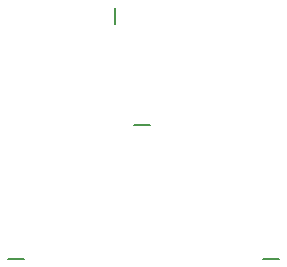
<source format=gto>
G75*
%MOIN*%
%OFA0B0*%
%FSLAX25Y25*%
%IPPOS*%
%LPD*%
%AMOC8*
5,1,8,0,0,1.08239X$1,22.5*
%
%ADD10C,0.00800*%
D10*
X0040474Y0039734D02*
X0045848Y0039734D01*
X0082474Y0084632D02*
X0087848Y0084632D01*
X0075962Y0118246D02*
X0075962Y0123620D01*
X0125474Y0039734D02*
X0130848Y0039734D01*
M02*

</source>
